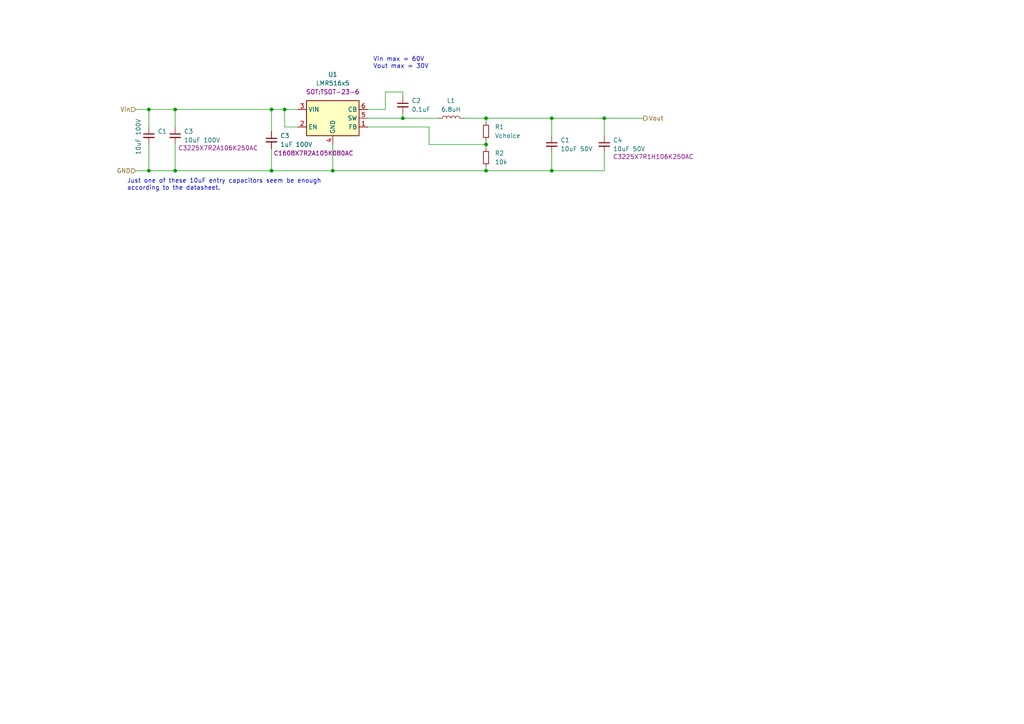
<source format=kicad_sch>
(kicad_sch (version 20231120) (generator "eeschema") (generator_version "8.0")
  (paper "A4")
  (lib_symbols
    (symbol "Device:C_Small" (pin_numbers hide) (pin_names (offset 0.254) hide)
      (property "Reference" "C" (at 0.254 1.778 0))
      (property "Value" "C_Small" (at 0.254 -2.032 0))
      (symbol "C_Small_0_1"
        (polyline (pts (xy -1.524 -0.508) (xy 1.524 -0.508)) (stroke (width 0.3302)))
        (polyline (pts (xy -1.524 0.508) (xy 1.524 0.508)) (stroke (width 0.3048)))
      )
      (symbol "C_Small_1_1"
        (pin passive line (at 0 2.54 270) (length 2.032) (name "~") (number "1"))
        (pin passive line (at 0 -2.54 90) (length 2.032) (name "~") (number "2"))
      )
    )
    (symbol "Device:L" (pin_numbers hide) (pin_names (offset 1.016) hide)
      (property "Reference" "L" (at -1.27 0 90))
      (property "Value" "L" (at 1.905 0 90))
      (symbol "L_0_1"
        (arc (start 0 -2.54) (mid 0.6323 -1.905) (end 0 -1.27))
        (arc (start 0 -1.27) (mid 0.6323 -0.635) (end 0 0))
        (arc (start 0 0) (mid 0.6323 0.635) (end 0 1.27))
        (arc (start 0 1.27) (mid 0.6323 1.905) (end 0 2.54))
      )
      (symbol "L_1_1"
        (pin passive line (at 0 3.81 270) (length 1.27) (name "1") (number "1"))
        (pin passive line (at 0 -3.81 90) (length 1.27) (name "2") (number "2"))
      )
    )
    (symbol "Device:R_Small" (pin_numbers hide) (pin_names (offset 0.254) hide)
      (property "Reference" "R" (at 0.762 0.508 0))
      (property "Value" "R_Small" (at 0.762 -1.016 0))
      (symbol "R_Small_0_1"
        (rectangle (start -0.762 1.778) (end 0.762 -1.778) (stroke (width 0.2032)))
      )
      (symbol "R_Small_1_1"
        (pin passive line (at 0 2.54 270) (length 0.762) (name "~") (number "1"))
        (pin passive line (at 0 -2.54 90) (length 0.762) (name "~") (number "2"))
      )
    )
    (symbol "TI_LMR516x5:LMR516x5"
      (property "Reference" "U" (at -7.62 6.35 0))
      (property "Value" "LMR516x5" (at 0 6.35 0))
      (property "Footprint" "SOT:TSOT-23-6" (at 1.27 -8.89 0))
      (symbol "LMR516x5_0_1"
        (rectangle (start -7.62 5.08) (end 7.62 -5.08) (stroke (width 0.254)) (fill (type background)))
      )
      (symbol "LMR516x5_1_1"
        (pin input line (at 10.16 -2.54 180) (length 2.54) (name "FB") (number "1"))
        (pin input line (at -10.16 -2.54 0) (length 2.54) (name "EN") (number "2"))
        (pin power_in line (at -10.16 2.54 0) (length 2.54) (name "VIN") (number "3"))
        (pin power_in line (at 0 -7.62 90) (length 2.54) (name "GND") (number "4"))
        (pin power_out line (at 10.16 0 180) (length 2.54) (name "SW") (number "5"))
        (pin passive line (at 10.16 2.54 180) (length 2.54) (name "CB") (number "6"))
      )
    )
  )
  (junction (at 140.97 34.29))
  (junction (at 160.02 49.53))
  (junction (at 78.74 49.53))
  (junction (at 50.8 49.53))
  (junction (at 50.8 31.75))
  (junction (at 96.52 49.53))
  (junction (at 43.18 31.75))
  (junction (at 78.74 31.75))
  (junction (at 140.97 41.91))
  (junction (at 116.84 34.29))
  (junction (at 140.97 49.53))
  (junction (at 175.26 34.29))
  (junction (at 160.02 34.29))
  (junction (at 82.55 31.75))
  (junction (at 43.18 49.53))
  (wire (pts (xy 50.8 31.75) (xy 78.74 31.75)))
  (wire (pts (xy 111.76 31.75) (xy 111.76 26.67)))
  (wire (pts (xy 82.55 31.75) (xy 86.36 31.75)))
  (wire (pts (xy 175.26 34.29) (xy 186.69 34.29)))
  (wire (pts (xy 43.18 31.75) (xy 50.8 31.75)))
  (wire (pts (xy 106.68 34.29) (xy 116.84 34.29)))
  (wire (pts (xy 39.37 49.53) (xy 43.18 49.53)))
  (wire (pts (xy 160.02 34.29) (xy 160.02 39.37)))
  (wire (pts (xy 78.74 31.75) (xy 78.74 38.1)))
  (wire (pts (xy 50.8 49.53) (xy 78.74 49.53)))
  (wire (pts (xy 175.26 34.29) (xy 175.26 39.37)))
  (wire (pts (xy 96.52 49.53) (xy 140.97 49.53)))
  (wire (pts (xy 160.02 49.53) (xy 160.02 44.45)))
  (wire (pts (xy 43.18 49.53) (xy 50.8 49.53)))
  (wire (pts (xy 78.74 43.18) (xy 78.74 49.53)))
  (wire (pts (xy 96.52 49.53) (xy 96.52 41.91)))
  (wire (pts (xy 111.76 26.67) (xy 116.84 26.67)))
  (wire (pts (xy 140.97 40.64) (xy 140.97 41.91)))
  (wire (pts (xy 43.18 41.91) (xy 43.18 49.53)))
  (wire (pts (xy 140.97 49.53) (xy 140.97 48.26)))
  (wire (pts (xy 124.46 36.83) (xy 124.46 41.91)))
  (wire (pts (xy 124.46 41.91) (xy 140.97 41.91)))
  (wire (pts (xy 116.84 34.29) (xy 127 34.29)))
  (wire (pts (xy 106.68 31.75) (xy 111.76 31.75)))
  (wire (pts (xy 134.62 34.29) (xy 140.97 34.29)))
  (wire (pts (xy 175.26 49.53) (xy 175.26 44.45)))
  (wire (pts (xy 160.02 34.29) (xy 175.26 34.29)))
  (wire (pts (xy 140.97 49.53) (xy 160.02 49.53)))
  (wire (pts (xy 116.84 33.02) (xy 116.84 34.29)))
  (wire (pts (xy 140.97 34.29) (xy 160.02 34.29)))
  (wire (pts (xy 106.68 36.83) (xy 124.46 36.83)))
  (wire (pts (xy 78.74 31.75) (xy 82.55 31.75)))
  (wire (pts (xy 86.36 36.83) (xy 82.55 36.83)))
  (wire (pts (xy 50.8 41.91) (xy 50.8 49.53)))
  (wire (pts (xy 78.74 49.53) (xy 96.52 49.53)))
  (wire (pts (xy 140.97 41.91) (xy 140.97 43.18)))
  (wire (pts (xy 116.84 26.67) (xy 116.84 27.94)))
  (wire (pts (xy 140.97 34.29) (xy 140.97 35.56)))
  (wire (pts (xy 39.37 31.75) (xy 43.18 31.75)))
  (wire (pts (xy 160.02 49.53) (xy 175.26 49.53)))
  (wire (pts (xy 50.8 31.75) (xy 50.8 36.83)))
  (wire (pts (xy 82.55 36.83) (xy 82.55 31.75)))
  (wire (pts (xy 43.18 31.75) (xy 43.18 36.83)))
  (text "Just one of these 10uF entry capacitors seem be enough\naccording to the datasheet." (at 36.83 53.594 0) (effects (font (size 1.27 1.27)) (justify left)))
  (text "Vin max = 60V\nVout max = 30V" (at 108.204 18.288 0) (effects (font (size 1.27 1.27)) (justify left)))
  (hierarchical_label "Vout" (shape output) (at 186.69 34.29 0))
  (hierarchical_label "GND" (shape input) (at 39.37 49.53 180))
  (hierarchical_label "Vin" (shape input) (at 39.37 31.75 180))
  (symbol (lib_id "Device:C_Small") (at 175.26 41.91 0) (unit 1)
    (property "Reference" "C4" (at 177.8 40.6462 0) (effects (justify left)))
    (property "Value" "10uF 50V" (at 177.8 43.1862 0) (effects (justify left)))
    (property "Footprint" "Capacitor_SMD:C_1210_3225Metric" (effects (hide yes)))
    (property "Description" "C3225X7R1H106K250AC" (at 189.484 45.466 0))
    (instances (project "project-hw-usbc-mux-demux" (path "" (reference "C4") (unit 1))) (project "project-hw-usbc-mux-demux" (path "" (reference "C6") (unit 1))))
  )
  (symbol (lib_id "Device:C_Small") (at 160.02 41.91 0) (unit 1)
    (property "Reference" "C1" (at 162.56 40.6462 0) (effects (justify left)))
    (property "Value" "10uF 50V" (at 162.56 43.1862 0) (effects (justify left)))
    (property "Footprint" "Capacitor_SMD:C_1210_3225Metric" (effects (hide yes)))
    (property "Description" "C3225X7R1H106K250AC" (effects (hide yes)))
    (instances (project "project-hw-usbc-mux-demux" (path "" (reference "C1") (unit 1))) (project "project-hw-usbc-mux-demux" (path "" (reference "C5") (unit 1))))
  )
  (symbol (lib_id "TI_LMR516x5:LMR516x5") (at 96.52 34.29 0) (unit 1)
    (property "Reference" "U1" (at 96.52 21.59 0))
    (property "Value" "LMR516x5" (at 96.52 24.13 0))
    (property "Footprint" "SOT:TSOT-23-6" (at 96.52 26.67 0))
    (property "Datasheet" "https://www.ti.com/lit/ds/symlink/lmr51625.pdf" (effects (hide yes)))
    (property "Description" "4.3V to 60V, 2.5A / 3.5A, Synchronous, Buck Converter With Low IQ" (effects (hide yes)))
  )
  (symbol (lib_id "Device:C_Small") (at 43.18 39.37 0) (unit 1)
    (property "Reference" "C1" (at 45.72 38.1062 0) (effects (justify left)))
    (property "Value" "10uF 100V" (at 40.132 44.958 90) (effects (justify left)))
    (property "Footprint" "Capacitor_SMD:C_1210_3225Metric" (effects (hide yes)))
    (property "Description" "C3225X7R2A106K250AC" (effects (hide yes)))
  )
  (symbol (lib_id "Device:L") (at 130.81 34.29 90) (unit 1)
    (property "Reference" "L1" (at 130.81 29.21 90))
    (property "Value" "6.8uH" (at 130.81 31.75 90))
    (property "Footprint" "Inductor:L_TDK_VLS6045EX_VLS6045AF" (effects (hide yes)))
    (property "Description" "Inductor" (effects (hide yes)))
  )
  (symbol (lib_id "Device:C_Small") (at 78.74 40.64 0) (unit 1)
    (property "Reference" "C3" (at 81.28 39.3762 0) (effects (justify left)))
    (property "Value" "1uF 100V" (at 81.28 41.9162 0) (effects (justify left)))
    (property "Footprint" "Capacitor_SMD:C_0603_1608Metric" (effects (hide yes)))
    (property "Description" "C1608X7R2A105K080AC" (at 90.932 44.45 0))
  )
  (symbol (lib_id "Device:R_Small") (at 140.97 45.72 0) (unit 1)
    (property "Reference" "R2" (at 143.51 44.4499 0) (effects (justify left)))
    (property "Value" "10k" (at 143.51 46.9899 0) (effects (justify left)))
    (property "Footprint" "Resistor_SMD:R_0603_1608Metric" (effects (hide yes)))
    (property "Description" "Resistor, small symbol" (effects (hide yes)))
    (instances (project "project-hw-usbc-mux-demux" (path "" (reference "R2") (unit 1))) (project "project-hw-usbc-mux-demux" (path "" (reference "R3") (unit 1))))
  )
  (symbol (lib_id "Device:C_Small") (at 116.84 30.48 0) (unit 1)
    (property "Reference" "C2" (at 119.38 29.2162 0) (effects (justify left)))
    (property "Value" "0.1uF" (at 119.38 31.7562 0) (effects (justify left)))
    (property "Footprint" "Capacitor_SMD:C_0603_1608Metric" (effects (hide yes)))
    (property "Description" "Unpolarized capacitor, small symbol" (effects (hide yes)))
    (instances (project "" (path "" (reference "C2") (unit 1))) (project "" (path "" (reference "C4") (unit 1))))
  )
  (symbol (lib_id "Device:C_Small") (at 50.8 39.37 0) (unit 1)
    (property "Reference" "C3" (at 53.34 38.1062 0) (effects (justify left)))
    (property "Value" "10uF 100V" (at 53.34 40.6462 0) (effects (justify left)))
    (property "Footprint" "Capacitor_SMD:C_1210_3225Metric" (effects (hide yes)))
    (property "Description" "C3225X7R2A106K250AC" (at 63.246 42.926 0))
    (instances (project "project-hw-usbc-mux-demux" (path "" (reference "C3") (unit 1))) (project "project-hw-usbc-mux-demux" (path "" (reference "C2") (unit 1))))
  )
  (symbol (lib_id "Device:R_Small") (at 140.97 38.1 0) (unit 1)
    (property "Reference" "R1" (at 143.51 36.8299 0) (effects (justify left)))
    (property "Value" "Vchoice" (at 143.51 39.3699 0) (effects (justify left)))
    (property "Footprint" "SMD:0603_1608Metric_DNI_NoPaste" (effects (hide yes)))
    (property "Description" "Resistor, small symbol" (effects (hide yes)))
    (instances (project "" (path "" (reference "R1") (unit 1))) (project "" (path "" (reference "R2") (unit 1))))
  )
)
</source>
